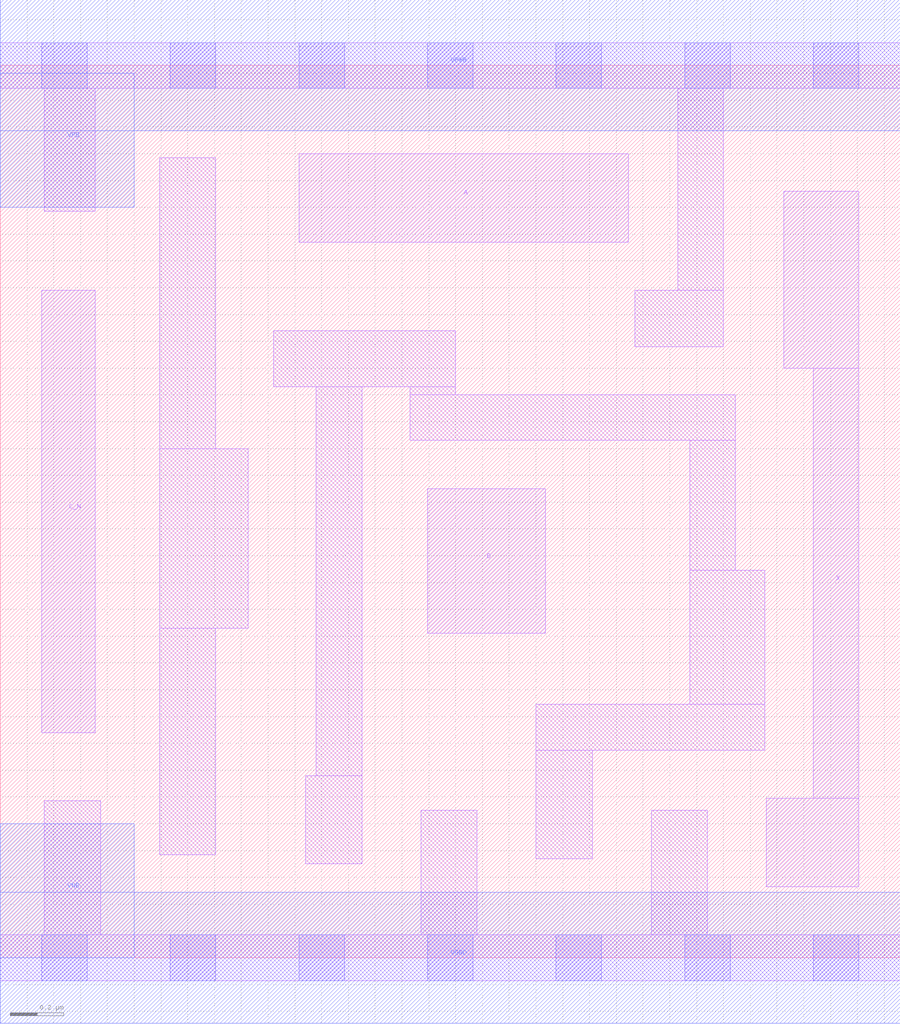
<source format=lef>
# Copyright 2020 The SkyWater PDK Authors
#
# Licensed under the Apache License, Version 2.0 (the "License");
# you may not use this file except in compliance with the License.
# You may obtain a copy of the License at
#
#     https://www.apache.org/licenses/LICENSE-2.0
#
# Unless required by applicable law or agreed to in writing, software
# distributed under the License is distributed on an "AS IS" BASIS,
# WITHOUT WARRANTIES OR CONDITIONS OF ANY KIND, either express or implied.
# See the License for the specific language governing permissions and
# limitations under the License.
#
# SPDX-License-Identifier: Apache-2.0

VERSION 5.5 ;
NAMESCASESENSITIVE ON ;
BUSBITCHARS "[]" ;
DIVIDERCHAR "/" ;
MACRO sky130_fd_sc_lp__or3b_m
  CLASS CORE ;
  SOURCE USER ;
  ORIGIN  0.000000  0.000000 ;
  SIZE  3.360000 BY  3.330000 ;
  SYMMETRY X Y R90 ;
  SITE unit ;
  PIN A
    ANTENNAGATEAREA  0.126000 ;
    DIRECTION INPUT ;
    USE SIGNAL ;
    PORT
      LAYER li1 ;
        RECT 1.115000 2.670000 2.345000 3.000000 ;
    END
  END A
  PIN B
    ANTENNAGATEAREA  0.126000 ;
    DIRECTION INPUT ;
    USE SIGNAL ;
    PORT
      LAYER li1 ;
        RECT 1.595000 1.210000 2.035000 1.750000 ;
    END
  END B
  PIN C_N
    ANTENNAGATEAREA  0.126000 ;
    DIRECTION INPUT ;
    USE SIGNAL ;
    PORT
      LAYER li1 ;
        RECT 0.155000 0.840000 0.355000 2.490000 ;
    END
  END C_N
  PIN X
    ANTENNADIFFAREA  0.231000 ;
    DIRECTION OUTPUT ;
    USE SIGNAL ;
    PORT
      LAYER li1 ;
        RECT 2.860000 0.265000 3.205000 0.595000 ;
        RECT 2.925000 2.200000 3.205000 2.860000 ;
        RECT 3.035000 0.595000 3.205000 2.200000 ;
    END
  END X
  PIN VGND
    DIRECTION INOUT ;
    USE GROUND ;
    PORT
      LAYER met1 ;
        RECT 0.000000 -0.245000 3.360000 0.245000 ;
    END
  END VGND
  PIN VNB
    DIRECTION INOUT ;
    USE GROUND ;
    PORT
    END
  END VNB
  PIN VPB
    DIRECTION INOUT ;
    USE POWER ;
    PORT
    END
  END VPB
  PIN VNB
    DIRECTION INOUT ;
    USE GROUND ;
    PORT
      LAYER met1 ;
        RECT 0.000000 0.000000 0.500000 0.500000 ;
    END
  END VNB
  PIN VPB
    DIRECTION INOUT ;
    USE POWER ;
    PORT
      LAYER met1 ;
        RECT 0.000000 2.800000 0.500000 3.300000 ;
    END
  END VPB
  PIN VPWR
    DIRECTION INOUT ;
    USE POWER ;
    PORT
      LAYER met1 ;
        RECT 0.000000 3.085000 3.360000 3.575000 ;
    END
  END VPWR
  OBS
    LAYER li1 ;
      RECT 0.000000 -0.085000 3.360000 0.085000 ;
      RECT 0.000000  3.245000 3.360000 3.415000 ;
      RECT 0.165000  0.085000 0.375000 0.585000 ;
      RECT 0.165000  2.785000 0.355000 3.245000 ;
      RECT 0.595000  0.385000 0.805000 1.230000 ;
      RECT 0.595000  1.230000 0.925000 1.900000 ;
      RECT 0.595000  1.900000 0.805000 2.985000 ;
      RECT 1.020000  2.130000 1.700000 2.340000 ;
      RECT 1.140000  0.350000 1.350000 0.680000 ;
      RECT 1.180000  0.680000 1.350000 2.130000 ;
      RECT 1.530000  1.930000 2.745000 2.100000 ;
      RECT 1.530000  2.100000 1.700000 2.130000 ;
      RECT 1.570000  0.085000 1.780000 0.550000 ;
      RECT 2.000000  0.370000 2.210000 0.775000 ;
      RECT 2.000000  0.775000 2.855000 0.945000 ;
      RECT 2.370000  2.280000 2.700000 2.490000 ;
      RECT 2.430000  0.085000 2.640000 0.550000 ;
      RECT 2.530000  2.490000 2.700000 3.245000 ;
      RECT 2.575000  0.945000 2.855000 1.445000 ;
      RECT 2.575000  1.445000 2.745000 1.930000 ;
    LAYER mcon ;
      RECT 0.155000 -0.085000 0.325000 0.085000 ;
      RECT 0.155000  3.245000 0.325000 3.415000 ;
      RECT 0.635000 -0.085000 0.805000 0.085000 ;
      RECT 0.635000  3.245000 0.805000 3.415000 ;
      RECT 1.115000 -0.085000 1.285000 0.085000 ;
      RECT 1.115000  3.245000 1.285000 3.415000 ;
      RECT 1.595000 -0.085000 1.765000 0.085000 ;
      RECT 1.595000  3.245000 1.765000 3.415000 ;
      RECT 2.075000 -0.085000 2.245000 0.085000 ;
      RECT 2.075000  3.245000 2.245000 3.415000 ;
      RECT 2.555000 -0.085000 2.725000 0.085000 ;
      RECT 2.555000  3.245000 2.725000 3.415000 ;
      RECT 3.035000 -0.085000 3.205000 0.085000 ;
      RECT 3.035000  3.245000 3.205000 3.415000 ;
  END
END sky130_fd_sc_lp__or3b_m
END LIBRARY

</source>
